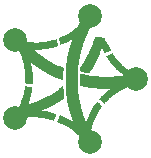
<source format=gbs>
G04 #@! TF.FileFunction,Soldermask,Bot*
%FSLAX46Y46*%
G04 Gerber Fmt 4.6, Leading zero omitted, Abs format (unit mm)*
G04 Created by KiCad (PCBNEW 4.0.5+dfsg1-4) date Tue Feb 14 02:46:29 2017*
%MOMM*%
%LPD*%
G01*
G04 APERTURE LIST*
%ADD10C,0.100000*%
%ADD11C,0.002540*%
%ADD12C,2.000000*%
G04 APERTURE END LIST*
D10*
D11*
G36*
X7802880Y-2994660D02*
X7858760Y-3058160D01*
X7912100Y-3124200D01*
X7965440Y-3197860D01*
X8013700Y-3271520D01*
X8061960Y-3350260D01*
X8110220Y-3431540D01*
X8155940Y-3515360D01*
X8204200Y-3601720D01*
X8249920Y-3688080D01*
X8298180Y-3776980D01*
X8346440Y-3865880D01*
X8397240Y-3954780D01*
X8448040Y-4043680D01*
X8503920Y-4132580D01*
X8577580Y-4091940D01*
X8679180Y-4043680D01*
X8788400Y-3992880D01*
X8884920Y-3939540D01*
X8948420Y-3886200D01*
X8961120Y-3840480D01*
X8920480Y-3761740D01*
X8872220Y-3677920D01*
X8821420Y-3591560D01*
X8768080Y-3505200D01*
X8712200Y-3418840D01*
X8658860Y-3332480D01*
X8605520Y-3246120D01*
X8554720Y-3164840D01*
X8511540Y-3086100D01*
X8473440Y-3012440D01*
X8442960Y-2943860D01*
X7802880Y-2994660D01*
X7802880Y-2994660D01*
G37*
X7802880Y-2994660D02*
X7858760Y-3058160D01*
X7912100Y-3124200D01*
X7965440Y-3197860D01*
X8013700Y-3271520D01*
X8061960Y-3350260D01*
X8110220Y-3431540D01*
X8155940Y-3515360D01*
X8204200Y-3601720D01*
X8249920Y-3688080D01*
X8298180Y-3776980D01*
X8346440Y-3865880D01*
X8397240Y-3954780D01*
X8448040Y-4043680D01*
X8503920Y-4132580D01*
X8577580Y-4091940D01*
X8679180Y-4043680D01*
X8788400Y-3992880D01*
X8884920Y-3939540D01*
X8948420Y-3886200D01*
X8961120Y-3840480D01*
X8920480Y-3761740D01*
X8872220Y-3677920D01*
X8821420Y-3591560D01*
X8768080Y-3505200D01*
X8712200Y-3418840D01*
X8658860Y-3332480D01*
X8605520Y-3246120D01*
X8554720Y-3164840D01*
X8511540Y-3086100D01*
X8473440Y-3012440D01*
X8442960Y-2943860D01*
X7802880Y-2994660D01*
G36*
X1767840Y-6990080D02*
X1757680Y-7094220D01*
X1744980Y-7195820D01*
X1732280Y-7289800D01*
X1714500Y-7378700D01*
X1696720Y-7467600D01*
X1678940Y-7556500D01*
X1656080Y-7645400D01*
X1630680Y-7734300D01*
X1602740Y-7830820D01*
X1574800Y-7932420D01*
X1544320Y-8023860D01*
X1513840Y-8115300D01*
X1483360Y-8206740D01*
X1450340Y-8295640D01*
X1414780Y-8384540D01*
X1379220Y-8473440D01*
X1341120Y-8562340D01*
X1300480Y-8648700D01*
X1259840Y-8735060D01*
X1219200Y-8821420D01*
X1173480Y-8907780D01*
X1130300Y-8991600D01*
X1082040Y-9075420D01*
X1033780Y-9159240D01*
X985520Y-9243060D01*
X947420Y-9334500D01*
X952500Y-9403080D01*
X985520Y-9458960D01*
X1031240Y-9499600D01*
X1305560Y-9679940D01*
X1348740Y-9611360D01*
X1399540Y-9621520D01*
X1465580Y-9616440D01*
X1567180Y-9601200D01*
X1666240Y-9588500D01*
X1767840Y-9575800D01*
X1869440Y-9565640D01*
X1971040Y-9558020D01*
X2072640Y-9550400D01*
X2174240Y-9545320D01*
X2275840Y-9542780D01*
X2377440Y-9540240D01*
X2479040Y-9540240D01*
X2580640Y-9542780D01*
X2682240Y-9547860D01*
X2783840Y-9552940D01*
X2885440Y-9560560D01*
X2984500Y-9568180D01*
X3083560Y-9580880D01*
X3182620Y-9593580D01*
X3279140Y-9608820D01*
X3378200Y-9624060D01*
X3474720Y-9641840D01*
X3573780Y-9662160D01*
X3670300Y-9685020D01*
X3766820Y-9707880D01*
X3863340Y-9733280D01*
X3959860Y-9758680D01*
X4056380Y-9789160D01*
X4152900Y-9819640D01*
X4191000Y-9738360D01*
X4226560Y-9659620D01*
X4259580Y-9578340D01*
X4292600Y-9497060D01*
X4323080Y-9415780D01*
X4351020Y-9331960D01*
X4257040Y-9301480D01*
X4163060Y-9273540D01*
X4066540Y-9243060D01*
X3972560Y-9217660D01*
X3876040Y-9192260D01*
X3782060Y-9169400D01*
X3688080Y-9146540D01*
X3589020Y-9126220D01*
X3489960Y-9108440D01*
X3390900Y-9093200D01*
X3291840Y-9080500D01*
X3192780Y-9067800D01*
X3091180Y-9055100D01*
X2992120Y-9044940D01*
X3081020Y-9014460D01*
X3167380Y-8981440D01*
X3253740Y-8945880D01*
X3342640Y-8912860D01*
X3426460Y-8877300D01*
X3512820Y-8841740D01*
X3596640Y-8803640D01*
X3680460Y-8765540D01*
X3764280Y-8727440D01*
X3845560Y-8689340D01*
X3926840Y-8648700D01*
X4018280Y-8600440D01*
X4104640Y-8554720D01*
X4191000Y-8506460D01*
X4274820Y-8460740D01*
X4358640Y-8412480D01*
X4439920Y-8364220D01*
X4523740Y-8313420D01*
X4605020Y-8262620D01*
X4686300Y-8211820D01*
X4765040Y-8158480D01*
X4848860Y-8102600D01*
X4930140Y-8044180D01*
X4983480Y-8003540D01*
X5034280Y-7962900D01*
X5024120Y-7904480D01*
X5016500Y-7846060D01*
X5016500Y-7846060D01*
X5013960Y-7843520D01*
X5003800Y-7749540D01*
X4993640Y-7655560D01*
X4983480Y-7561580D01*
X4975860Y-7467600D01*
X4968240Y-7371080D01*
X4960620Y-7277100D01*
X4955540Y-7180580D01*
X4950460Y-7084060D01*
X4945380Y-6990080D01*
X4864100Y-7056120D01*
X4782820Y-7119620D01*
X4701540Y-7183120D01*
X4620260Y-7246620D01*
X4538980Y-7305040D01*
X4457700Y-7363460D01*
X4373880Y-7421880D01*
X4292600Y-7477760D01*
X4208780Y-7533640D01*
X4124960Y-7586980D01*
X4038600Y-7640320D01*
X3952240Y-7693660D01*
X3865880Y-7744460D01*
X3776980Y-7795260D01*
X3688080Y-7843520D01*
X3596640Y-7894320D01*
X3507740Y-7940040D01*
X3418840Y-7985760D01*
X3327400Y-8028940D01*
X3235960Y-8072120D01*
X3147060Y-8115300D01*
X3055620Y-8155940D01*
X2961640Y-8194040D01*
X2870200Y-8234680D01*
X2778760Y-8270240D01*
X2684780Y-8308340D01*
X2590800Y-8343900D01*
X2496820Y-8376920D01*
X2402840Y-8409940D01*
X2308860Y-8442960D01*
X2212340Y-8473440D01*
X2118360Y-8503920D01*
X2021840Y-8531860D01*
X1925320Y-8559800D01*
X1960880Y-8473440D01*
X1993900Y-8387080D01*
X2026920Y-8300720D01*
X2059940Y-8214360D01*
X2087880Y-8128000D01*
X2118360Y-8031480D01*
X2146300Y-7940040D01*
X2171700Y-7851140D01*
X2197100Y-7762240D01*
X2219960Y-7673340D01*
X2240280Y-7584440D01*
X2260600Y-7490460D01*
X2275840Y-7393940D01*
X2291080Y-7292340D01*
X2301240Y-7205980D01*
X2308860Y-7117080D01*
X2316480Y-7015480D01*
X2255520Y-7023100D01*
X2194560Y-7025640D01*
X2103120Y-7025640D01*
X2009140Y-7023100D01*
X1917700Y-7015480D01*
X1841500Y-7002780D01*
X1767840Y-6990080D01*
X1767840Y-6990080D01*
X1767840Y-6990080D01*
G37*
X1767840Y-6990080D02*
X1757680Y-7094220D01*
X1744980Y-7195820D01*
X1732280Y-7289800D01*
X1714500Y-7378700D01*
X1696720Y-7467600D01*
X1678940Y-7556500D01*
X1656080Y-7645400D01*
X1630680Y-7734300D01*
X1602740Y-7830820D01*
X1574800Y-7932420D01*
X1544320Y-8023860D01*
X1513840Y-8115300D01*
X1483360Y-8206740D01*
X1450340Y-8295640D01*
X1414780Y-8384540D01*
X1379220Y-8473440D01*
X1341120Y-8562340D01*
X1300480Y-8648700D01*
X1259840Y-8735060D01*
X1219200Y-8821420D01*
X1173480Y-8907780D01*
X1130300Y-8991600D01*
X1082040Y-9075420D01*
X1033780Y-9159240D01*
X985520Y-9243060D01*
X947420Y-9334500D01*
X952500Y-9403080D01*
X985520Y-9458960D01*
X1031240Y-9499600D01*
X1305560Y-9679940D01*
X1348740Y-9611360D01*
X1399540Y-9621520D01*
X1465580Y-9616440D01*
X1567180Y-9601200D01*
X1666240Y-9588500D01*
X1767840Y-9575800D01*
X1869440Y-9565640D01*
X1971040Y-9558020D01*
X2072640Y-9550400D01*
X2174240Y-9545320D01*
X2275840Y-9542780D01*
X2377440Y-9540240D01*
X2479040Y-9540240D01*
X2580640Y-9542780D01*
X2682240Y-9547860D01*
X2783840Y-9552940D01*
X2885440Y-9560560D01*
X2984500Y-9568180D01*
X3083560Y-9580880D01*
X3182620Y-9593580D01*
X3279140Y-9608820D01*
X3378200Y-9624060D01*
X3474720Y-9641840D01*
X3573780Y-9662160D01*
X3670300Y-9685020D01*
X3766820Y-9707880D01*
X3863340Y-9733280D01*
X3959860Y-9758680D01*
X4056380Y-9789160D01*
X4152900Y-9819640D01*
X4191000Y-9738360D01*
X4226560Y-9659620D01*
X4259580Y-9578340D01*
X4292600Y-9497060D01*
X4323080Y-9415780D01*
X4351020Y-9331960D01*
X4257040Y-9301480D01*
X4163060Y-9273540D01*
X4066540Y-9243060D01*
X3972560Y-9217660D01*
X3876040Y-9192260D01*
X3782060Y-9169400D01*
X3688080Y-9146540D01*
X3589020Y-9126220D01*
X3489960Y-9108440D01*
X3390900Y-9093200D01*
X3291840Y-9080500D01*
X3192780Y-9067800D01*
X3091180Y-9055100D01*
X2992120Y-9044940D01*
X3081020Y-9014460D01*
X3167380Y-8981440D01*
X3253740Y-8945880D01*
X3342640Y-8912860D01*
X3426460Y-8877300D01*
X3512820Y-8841740D01*
X3596640Y-8803640D01*
X3680460Y-8765540D01*
X3764280Y-8727440D01*
X3845560Y-8689340D01*
X3926840Y-8648700D01*
X4018280Y-8600440D01*
X4104640Y-8554720D01*
X4191000Y-8506460D01*
X4274820Y-8460740D01*
X4358640Y-8412480D01*
X4439920Y-8364220D01*
X4523740Y-8313420D01*
X4605020Y-8262620D01*
X4686300Y-8211820D01*
X4765040Y-8158480D01*
X4848860Y-8102600D01*
X4930140Y-8044180D01*
X4983480Y-8003540D01*
X5034280Y-7962900D01*
X5024120Y-7904480D01*
X5016500Y-7846060D01*
X5016500Y-7846060D01*
X5013960Y-7843520D01*
X5003800Y-7749540D01*
X4993640Y-7655560D01*
X4983480Y-7561580D01*
X4975860Y-7467600D01*
X4968240Y-7371080D01*
X4960620Y-7277100D01*
X4955540Y-7180580D01*
X4950460Y-7084060D01*
X4945380Y-6990080D01*
X4864100Y-7056120D01*
X4782820Y-7119620D01*
X4701540Y-7183120D01*
X4620260Y-7246620D01*
X4538980Y-7305040D01*
X4457700Y-7363460D01*
X4373880Y-7421880D01*
X4292600Y-7477760D01*
X4208780Y-7533640D01*
X4124960Y-7586980D01*
X4038600Y-7640320D01*
X3952240Y-7693660D01*
X3865880Y-7744460D01*
X3776980Y-7795260D01*
X3688080Y-7843520D01*
X3596640Y-7894320D01*
X3507740Y-7940040D01*
X3418840Y-7985760D01*
X3327400Y-8028940D01*
X3235960Y-8072120D01*
X3147060Y-8115300D01*
X3055620Y-8155940D01*
X2961640Y-8194040D01*
X2870200Y-8234680D01*
X2778760Y-8270240D01*
X2684780Y-8308340D01*
X2590800Y-8343900D01*
X2496820Y-8376920D01*
X2402840Y-8409940D01*
X2308860Y-8442960D01*
X2212340Y-8473440D01*
X2118360Y-8503920D01*
X2021840Y-8531860D01*
X1925320Y-8559800D01*
X1960880Y-8473440D01*
X1993900Y-8387080D01*
X2026920Y-8300720D01*
X2059940Y-8214360D01*
X2087880Y-8128000D01*
X2118360Y-8031480D01*
X2146300Y-7940040D01*
X2171700Y-7851140D01*
X2197100Y-7762240D01*
X2219960Y-7673340D01*
X2240280Y-7584440D01*
X2260600Y-7490460D01*
X2275840Y-7393940D01*
X2291080Y-7292340D01*
X2301240Y-7205980D01*
X2308860Y-7117080D01*
X2316480Y-7015480D01*
X2255520Y-7023100D01*
X2194560Y-7025640D01*
X2103120Y-7025640D01*
X2009140Y-7023100D01*
X1917700Y-7015480D01*
X1841500Y-7002780D01*
X1767840Y-6990080D01*
X1767840Y-6990080D01*
G36*
X9126220Y-4175760D02*
X9116060Y-4183380D01*
X9039860Y-4234180D01*
X8961120Y-4282440D01*
X8879840Y-4325620D01*
X8808720Y-4361180D01*
X8737600Y-4391660D01*
X8666480Y-4422140D01*
X8722360Y-4516120D01*
X8775700Y-4597400D01*
X8829040Y-4673600D01*
X8884920Y-4752340D01*
X8948420Y-4838700D01*
X9006840Y-4917440D01*
X9065260Y-4993640D01*
X9126220Y-5067300D01*
X9187180Y-5143500D01*
X9250680Y-5214620D01*
X9316720Y-5288280D01*
X9382760Y-5359400D01*
X9448800Y-5427980D01*
X9519920Y-5496560D01*
X9591040Y-5565140D01*
X9662160Y-5631180D01*
X9738360Y-5697220D01*
X9814560Y-5763260D01*
X9890760Y-5826760D01*
X9972040Y-5890260D01*
X10050780Y-5951220D01*
X10129520Y-6004560D01*
X10210800Y-6057900D01*
X10109200Y-6075680D01*
X10010140Y-6088380D01*
X9908540Y-6103620D01*
X9809480Y-6116320D01*
X9707880Y-6129020D01*
X9606280Y-6139180D01*
X9507220Y-6149340D01*
X9405620Y-6156960D01*
X9304020Y-6164580D01*
X9204960Y-6172200D01*
X9103360Y-6177280D01*
X9001760Y-6182360D01*
X8900160Y-6184900D01*
X8798560Y-6187440D01*
X8696960Y-6189980D01*
X8595360Y-6189980D01*
X8493760Y-6187440D01*
X8392160Y-6187440D01*
X8290560Y-6182360D01*
X8188960Y-6179820D01*
X8084820Y-6174740D01*
X7983220Y-6167120D01*
X7881620Y-6159500D01*
X7782560Y-6151880D01*
X7686040Y-6144260D01*
X7589520Y-6134100D01*
X7493000Y-6123940D01*
X7396480Y-6113780D01*
X7302500Y-6101080D01*
X7208520Y-6085840D01*
X7112000Y-6070600D01*
X7018020Y-6055360D01*
X6921500Y-6037580D01*
X6824980Y-6017260D01*
X6725920Y-5996940D01*
X6626860Y-5974080D01*
X6527800Y-5951220D01*
X6423660Y-5923280D01*
X6418580Y-6022340D01*
X6413500Y-6121400D01*
X6410960Y-6217920D01*
X6408420Y-6316980D01*
X6408420Y-6416040D01*
X6408420Y-6512560D01*
X6410960Y-6606540D01*
X6413500Y-6700520D01*
X6418580Y-6797040D01*
X6423660Y-6891020D01*
X6517640Y-6911340D01*
X6593840Y-6926580D01*
X6662420Y-6941820D01*
X6741160Y-6954520D01*
X6832600Y-6972300D01*
X6929120Y-6990080D01*
X7028180Y-7005320D01*
X7124700Y-7020560D01*
X7223760Y-7033260D01*
X7322820Y-7045960D01*
X7419340Y-7058660D01*
X7518400Y-7071360D01*
X7617460Y-7081520D01*
X7716520Y-7089140D01*
X7815580Y-7096760D01*
X7914640Y-7104380D01*
X8013700Y-7112000D01*
X8115300Y-7117080D01*
X8214360Y-7119620D01*
X8305800Y-7122160D01*
X8397240Y-7122160D01*
X8488680Y-7122160D01*
X8582660Y-7122160D01*
X8674100Y-7119620D01*
X8768080Y-7117080D01*
X8862060Y-7112000D01*
X8953500Y-7106920D01*
X9047480Y-7101840D01*
X9141460Y-7096760D01*
X9060180Y-7152640D01*
X8978900Y-7211060D01*
X8900160Y-7269480D01*
X8821420Y-7330440D01*
X8745220Y-7391400D01*
X8669020Y-7454900D01*
X8597900Y-7518400D01*
X8524240Y-7584440D01*
X8453120Y-7653020D01*
X8384540Y-7721600D01*
X8315960Y-7790180D01*
X8247380Y-7861300D01*
X8178800Y-7934960D01*
X8112760Y-8008620D01*
X8082280Y-8044180D01*
X8138160Y-8084820D01*
X8188960Y-8128000D01*
X8242300Y-8171180D01*
X8298180Y-8224520D01*
X8348980Y-8280400D01*
X8399780Y-8336280D01*
X8453120Y-8412480D01*
X8501380Y-8354060D01*
X8569960Y-8280400D01*
X8638540Y-8206740D01*
X8707120Y-8135620D01*
X8778240Y-8067040D01*
X8849360Y-7998460D01*
X8923020Y-7929880D01*
X8996680Y-7866380D01*
X9072880Y-7800340D01*
X9149080Y-7739380D01*
X9225280Y-7678420D01*
X9304020Y-7620000D01*
X9382760Y-7561580D01*
X9464040Y-7505700D01*
X9545320Y-7449820D01*
X9629140Y-7396480D01*
X9710420Y-7345680D01*
X9794240Y-7297420D01*
X9880600Y-7249160D01*
X9966960Y-7200900D01*
X10053320Y-7157720D01*
X10139680Y-7114540D01*
X10228580Y-7071360D01*
X10317480Y-7030720D01*
X10406380Y-6992620D01*
X10497820Y-6957060D01*
X10589260Y-6921500D01*
X10680700Y-6885940D01*
X10774680Y-6855460D01*
X10822940Y-6830060D01*
X10906760Y-6809740D01*
X10990580Y-6791960D01*
X11074400Y-6771640D01*
X11160760Y-6748780D01*
X11033760Y-6205220D01*
X11003280Y-6134100D01*
X10957560Y-6068060D01*
X10960100Y-6022340D01*
X10934700Y-5961380D01*
X10863580Y-5900420D01*
X10779760Y-5849620D01*
X10698480Y-5793740D01*
X10617200Y-5740400D01*
X10535920Y-5681980D01*
X10457180Y-5623560D01*
X10380980Y-5565140D01*
X10304780Y-5504180D01*
X10228580Y-5443220D01*
X10154920Y-5379720D01*
X10081260Y-5313680D01*
X10010140Y-5247640D01*
X9939020Y-5179060D01*
X9867900Y-5110480D01*
X9799320Y-5039360D01*
X9728200Y-4963160D01*
X9659620Y-4889500D01*
X9593580Y-4815840D01*
X9530080Y-4742180D01*
X9466580Y-4668520D01*
X9408160Y-4592320D01*
X9349740Y-4516120D01*
X9293860Y-4437380D01*
X9237980Y-4353560D01*
X9182100Y-4267200D01*
X9126220Y-4175760D01*
X9126220Y-4175760D01*
X9126220Y-4175760D01*
G37*
X9126220Y-4175760D02*
X9116060Y-4183380D01*
X9039860Y-4234180D01*
X8961120Y-4282440D01*
X8879840Y-4325620D01*
X8808720Y-4361180D01*
X8737600Y-4391660D01*
X8666480Y-4422140D01*
X8722360Y-4516120D01*
X8775700Y-4597400D01*
X8829040Y-4673600D01*
X8884920Y-4752340D01*
X8948420Y-4838700D01*
X9006840Y-4917440D01*
X9065260Y-4993640D01*
X9126220Y-5067300D01*
X9187180Y-5143500D01*
X9250680Y-5214620D01*
X9316720Y-5288280D01*
X9382760Y-5359400D01*
X9448800Y-5427980D01*
X9519920Y-5496560D01*
X9591040Y-5565140D01*
X9662160Y-5631180D01*
X9738360Y-5697220D01*
X9814560Y-5763260D01*
X9890760Y-5826760D01*
X9972040Y-5890260D01*
X10050780Y-5951220D01*
X10129520Y-6004560D01*
X10210800Y-6057900D01*
X10109200Y-6075680D01*
X10010140Y-6088380D01*
X9908540Y-6103620D01*
X9809480Y-6116320D01*
X9707880Y-6129020D01*
X9606280Y-6139180D01*
X9507220Y-6149340D01*
X9405620Y-6156960D01*
X9304020Y-6164580D01*
X9204960Y-6172200D01*
X9103360Y-6177280D01*
X9001760Y-6182360D01*
X8900160Y-6184900D01*
X8798560Y-6187440D01*
X8696960Y-6189980D01*
X8595360Y-6189980D01*
X8493760Y-6187440D01*
X8392160Y-6187440D01*
X8290560Y-6182360D01*
X8188960Y-6179820D01*
X8084820Y-6174740D01*
X7983220Y-6167120D01*
X7881620Y-6159500D01*
X7782560Y-6151880D01*
X7686040Y-6144260D01*
X7589520Y-6134100D01*
X7493000Y-6123940D01*
X7396480Y-6113780D01*
X7302500Y-6101080D01*
X7208520Y-6085840D01*
X7112000Y-6070600D01*
X7018020Y-6055360D01*
X6921500Y-6037580D01*
X6824980Y-6017260D01*
X6725920Y-5996940D01*
X6626860Y-5974080D01*
X6527800Y-5951220D01*
X6423660Y-5923280D01*
X6418580Y-6022340D01*
X6413500Y-6121400D01*
X6410960Y-6217920D01*
X6408420Y-6316980D01*
X6408420Y-6416040D01*
X6408420Y-6512560D01*
X6410960Y-6606540D01*
X6413500Y-6700520D01*
X6418580Y-6797040D01*
X6423660Y-6891020D01*
X6517640Y-6911340D01*
X6593840Y-6926580D01*
X6662420Y-6941820D01*
X6741160Y-6954520D01*
X6832600Y-6972300D01*
X6929120Y-6990080D01*
X7028180Y-7005320D01*
X7124700Y-7020560D01*
X7223760Y-7033260D01*
X7322820Y-7045960D01*
X7419340Y-7058660D01*
X7518400Y-7071360D01*
X7617460Y-7081520D01*
X7716520Y-7089140D01*
X7815580Y-7096760D01*
X7914640Y-7104380D01*
X8013700Y-7112000D01*
X8115300Y-7117080D01*
X8214360Y-7119620D01*
X8305800Y-7122160D01*
X8397240Y-7122160D01*
X8488680Y-7122160D01*
X8582660Y-7122160D01*
X8674100Y-7119620D01*
X8768080Y-7117080D01*
X8862060Y-7112000D01*
X8953500Y-7106920D01*
X9047480Y-7101840D01*
X9141460Y-7096760D01*
X9060180Y-7152640D01*
X8978900Y-7211060D01*
X8900160Y-7269480D01*
X8821420Y-7330440D01*
X8745220Y-7391400D01*
X8669020Y-7454900D01*
X8597900Y-7518400D01*
X8524240Y-7584440D01*
X8453120Y-7653020D01*
X8384540Y-7721600D01*
X8315960Y-7790180D01*
X8247380Y-7861300D01*
X8178800Y-7934960D01*
X8112760Y-8008620D01*
X8082280Y-8044180D01*
X8138160Y-8084820D01*
X8188960Y-8128000D01*
X8242300Y-8171180D01*
X8298180Y-8224520D01*
X8348980Y-8280400D01*
X8399780Y-8336280D01*
X8453120Y-8412480D01*
X8501380Y-8354060D01*
X8569960Y-8280400D01*
X8638540Y-8206740D01*
X8707120Y-8135620D01*
X8778240Y-8067040D01*
X8849360Y-7998460D01*
X8923020Y-7929880D01*
X8996680Y-7866380D01*
X9072880Y-7800340D01*
X9149080Y-7739380D01*
X9225280Y-7678420D01*
X9304020Y-7620000D01*
X9382760Y-7561580D01*
X9464040Y-7505700D01*
X9545320Y-7449820D01*
X9629140Y-7396480D01*
X9710420Y-7345680D01*
X9794240Y-7297420D01*
X9880600Y-7249160D01*
X9966960Y-7200900D01*
X10053320Y-7157720D01*
X10139680Y-7114540D01*
X10228580Y-7071360D01*
X10317480Y-7030720D01*
X10406380Y-6992620D01*
X10497820Y-6957060D01*
X10589260Y-6921500D01*
X10680700Y-6885940D01*
X10774680Y-6855460D01*
X10822940Y-6830060D01*
X10906760Y-6809740D01*
X10990580Y-6791960D01*
X11074400Y-6771640D01*
X11160760Y-6748780D01*
X11033760Y-6205220D01*
X11003280Y-6134100D01*
X10957560Y-6068060D01*
X10960100Y-6022340D01*
X10934700Y-5961380D01*
X10863580Y-5900420D01*
X10779760Y-5849620D01*
X10698480Y-5793740D01*
X10617200Y-5740400D01*
X10535920Y-5681980D01*
X10457180Y-5623560D01*
X10380980Y-5565140D01*
X10304780Y-5504180D01*
X10228580Y-5443220D01*
X10154920Y-5379720D01*
X10081260Y-5313680D01*
X10010140Y-5247640D01*
X9939020Y-5179060D01*
X9867900Y-5110480D01*
X9799320Y-5039360D01*
X9728200Y-4963160D01*
X9659620Y-4889500D01*
X9593580Y-4815840D01*
X9530080Y-4742180D01*
X9466580Y-4668520D01*
X9408160Y-4592320D01*
X9349740Y-4516120D01*
X9293860Y-4437380D01*
X9237980Y-4353560D01*
X9182100Y-4267200D01*
X9126220Y-4175760D01*
X9126220Y-4175760D01*
G36*
X1391920Y-2951480D02*
X1318260Y-2969260D01*
X1254760Y-2997200D01*
X1196340Y-3037840D01*
X769620Y-3401060D01*
X835660Y-3479800D01*
X899160Y-3558540D01*
X965200Y-3634740D01*
X1031240Y-3710940D01*
X1097280Y-3787140D01*
X1163320Y-3860800D01*
X1229360Y-3934460D01*
X1297940Y-4005580D01*
X1338580Y-4097020D01*
X1379220Y-4191000D01*
X1417320Y-4284980D01*
X1452880Y-4378960D01*
X1488440Y-4472940D01*
X1521460Y-4569460D01*
X1551940Y-4665980D01*
X1582420Y-4762500D01*
X1610360Y-4859020D01*
X1635760Y-4958080D01*
X1661160Y-5057140D01*
X1681480Y-5151120D01*
X1701800Y-5245100D01*
X1719580Y-5339080D01*
X1734820Y-5433060D01*
X1750060Y-5529580D01*
X1762760Y-5623560D01*
X1772920Y-5720080D01*
X1783080Y-5816600D01*
X1790700Y-5910580D01*
X1798320Y-6007100D01*
X1803400Y-6106160D01*
X1805940Y-6202680D01*
X1805940Y-6299200D01*
X1805940Y-6398260D01*
X1803400Y-6497320D01*
X1798320Y-6583680D01*
X1793240Y-6672580D01*
X1869440Y-6685280D01*
X1948180Y-6697980D01*
X2047240Y-6705600D01*
X2146300Y-6708140D01*
X2245360Y-6703060D01*
X2341880Y-6695440D01*
X2346960Y-6604000D01*
X2352040Y-6512560D01*
X2354580Y-6421120D01*
X2354580Y-6327140D01*
X2354580Y-6235700D01*
X2354580Y-6144260D01*
X2352040Y-6052820D01*
X2346960Y-5961380D01*
X2341880Y-5869940D01*
X2334260Y-5781040D01*
X2326640Y-5689600D01*
X2316480Y-5600700D01*
X2306320Y-5511800D01*
X2293620Y-5422900D01*
X2278380Y-5334000D01*
X2263140Y-5245100D01*
X2245360Y-5156200D01*
X2227580Y-5067300D01*
X2207260Y-4978400D01*
X2186940Y-4889500D01*
X2166620Y-4823460D01*
X2242820Y-4886960D01*
X2321560Y-4950460D01*
X2397760Y-5013960D01*
X2473960Y-5074920D01*
X2552700Y-5135880D01*
X2631440Y-5196840D01*
X2707640Y-5255260D01*
X2786380Y-5311140D01*
X2867660Y-5369560D01*
X2946400Y-5422900D01*
X3030220Y-5478780D01*
X3114040Y-5532120D01*
X3197860Y-5585460D01*
X3284220Y-5638800D01*
X3368040Y-5689600D01*
X3454400Y-5740400D01*
X3540760Y-5788660D01*
X3627120Y-5836920D01*
X3713480Y-5885180D01*
X3802380Y-5930900D01*
X3888740Y-5976620D01*
X3977640Y-6022340D01*
X4066540Y-6065520D01*
X4155440Y-6108700D01*
X4249420Y-6151880D01*
X4335780Y-6189980D01*
X4417060Y-6220460D01*
X4495800Y-6250940D01*
X4574540Y-6278880D01*
X4653280Y-6306820D01*
X4737100Y-6337300D01*
X4828540Y-6367780D01*
X4927600Y-6403340D01*
X4927600Y-6304280D01*
X4927600Y-6202680D01*
X4930140Y-6103620D01*
X4932680Y-6004560D01*
X4937760Y-5908040D01*
X4945380Y-5808980D01*
X4955540Y-5715000D01*
X4965700Y-5621020D01*
X4978400Y-5529580D01*
X4993640Y-5440680D01*
X4894580Y-5400040D01*
X4800600Y-5361940D01*
X4709160Y-5321300D01*
X4617720Y-5280660D01*
X4528820Y-5240020D01*
X4442460Y-5199380D01*
X4356100Y-5158740D01*
X4272280Y-5115560D01*
X4188460Y-5072380D01*
X4104640Y-5026660D01*
X4020820Y-4980940D01*
X3937000Y-4932680D01*
X3853180Y-4884420D01*
X3769360Y-4833620D01*
X3685540Y-4782820D01*
X3599180Y-4726940D01*
X3510280Y-4671060D01*
X3429000Y-4617720D01*
X3350260Y-4564380D01*
X3268980Y-4508500D01*
X3190240Y-4452620D01*
X3114040Y-4396740D01*
X3035300Y-4338320D01*
X2959100Y-4279900D01*
X2882900Y-4221480D01*
X2806700Y-4163060D01*
X2730500Y-4102100D01*
X2656840Y-4041140D01*
X2583180Y-3980180D01*
X2509520Y-3916680D01*
X2435860Y-3853180D01*
X2364740Y-3789680D01*
X2456180Y-3797300D01*
X2547620Y-3802380D01*
X2636520Y-3804920D01*
X2727960Y-3807460D01*
X2816860Y-3810000D01*
X2908300Y-3807460D01*
X2994660Y-3804920D01*
X3083560Y-3802380D01*
X3180080Y-3794760D01*
X3276600Y-3787140D01*
X3373120Y-3776980D01*
X3469640Y-3764280D01*
X3566160Y-3749040D01*
X3660140Y-3733800D01*
X3754120Y-3716020D01*
X3850640Y-3698240D01*
X3939540Y-3677920D01*
X4028440Y-3655060D01*
X4119880Y-3632200D01*
X4208780Y-3606800D01*
X4297680Y-3578860D01*
X4389120Y-3550920D01*
X4478020Y-3522980D01*
X4478020Y-3515360D01*
X4472940Y-3416300D01*
X4460240Y-3317240D01*
X4442460Y-3218180D01*
X4414520Y-3119120D01*
X4396740Y-3063240D01*
X4373880Y-3007360D01*
X4284980Y-3037840D01*
X4193540Y-3065780D01*
X4099560Y-3093720D01*
X4008120Y-3119120D01*
X3916680Y-3141980D01*
X3825240Y-3164840D01*
X3731260Y-3185160D01*
X3639820Y-3202940D01*
X3545840Y-3220720D01*
X3454400Y-3235960D01*
X3360420Y-3248660D01*
X3266440Y-3261360D01*
X3175000Y-3271520D01*
X3081020Y-3279140D01*
X2979420Y-3286760D01*
X2877820Y-3291840D01*
X2776220Y-3294380D01*
X2674620Y-3294380D01*
X2575560Y-3291840D01*
X2473960Y-3289300D01*
X2372360Y-3284220D01*
X2270760Y-3279140D01*
X2171700Y-3268980D01*
X2070100Y-3258820D01*
X1968500Y-3246120D01*
X1869440Y-3230880D01*
X1767840Y-3215640D01*
X1704340Y-3149600D01*
X1638300Y-3083560D01*
X1549400Y-3002280D01*
X1468120Y-2959100D01*
X1391920Y-2951480D01*
X1391920Y-2951480D01*
X1391920Y-2951480D01*
G37*
X1391920Y-2951480D02*
X1318260Y-2969260D01*
X1254760Y-2997200D01*
X1196340Y-3037840D01*
X769620Y-3401060D01*
X835660Y-3479800D01*
X899160Y-3558540D01*
X965200Y-3634740D01*
X1031240Y-3710940D01*
X1097280Y-3787140D01*
X1163320Y-3860800D01*
X1229360Y-3934460D01*
X1297940Y-4005580D01*
X1338580Y-4097020D01*
X1379220Y-4191000D01*
X1417320Y-4284980D01*
X1452880Y-4378960D01*
X1488440Y-4472940D01*
X1521460Y-4569460D01*
X1551940Y-4665980D01*
X1582420Y-4762500D01*
X1610360Y-4859020D01*
X1635760Y-4958080D01*
X1661160Y-5057140D01*
X1681480Y-5151120D01*
X1701800Y-5245100D01*
X1719580Y-5339080D01*
X1734820Y-5433060D01*
X1750060Y-5529580D01*
X1762760Y-5623560D01*
X1772920Y-5720080D01*
X1783080Y-5816600D01*
X1790700Y-5910580D01*
X1798320Y-6007100D01*
X1803400Y-6106160D01*
X1805940Y-6202680D01*
X1805940Y-6299200D01*
X1805940Y-6398260D01*
X1803400Y-6497320D01*
X1798320Y-6583680D01*
X1793240Y-6672580D01*
X1869440Y-6685280D01*
X1948180Y-6697980D01*
X2047240Y-6705600D01*
X2146300Y-6708140D01*
X2245360Y-6703060D01*
X2341880Y-6695440D01*
X2346960Y-6604000D01*
X2352040Y-6512560D01*
X2354580Y-6421120D01*
X2354580Y-6327140D01*
X2354580Y-6235700D01*
X2354580Y-6144260D01*
X2352040Y-6052820D01*
X2346960Y-5961380D01*
X2341880Y-5869940D01*
X2334260Y-5781040D01*
X2326640Y-5689600D01*
X2316480Y-5600700D01*
X2306320Y-5511800D01*
X2293620Y-5422900D01*
X2278380Y-5334000D01*
X2263140Y-5245100D01*
X2245360Y-5156200D01*
X2227580Y-5067300D01*
X2207260Y-4978400D01*
X2186940Y-4889500D01*
X2166620Y-4823460D01*
X2242820Y-4886960D01*
X2321560Y-4950460D01*
X2397760Y-5013960D01*
X2473960Y-5074920D01*
X2552700Y-5135880D01*
X2631440Y-5196840D01*
X2707640Y-5255260D01*
X2786380Y-5311140D01*
X2867660Y-5369560D01*
X2946400Y-5422900D01*
X3030220Y-5478780D01*
X3114040Y-5532120D01*
X3197860Y-5585460D01*
X3284220Y-5638800D01*
X3368040Y-5689600D01*
X3454400Y-5740400D01*
X3540760Y-5788660D01*
X3627120Y-5836920D01*
X3713480Y-5885180D01*
X3802380Y-5930900D01*
X3888740Y-5976620D01*
X3977640Y-6022340D01*
X4066540Y-6065520D01*
X4155440Y-6108700D01*
X4249420Y-6151880D01*
X4335780Y-6189980D01*
X4417060Y-6220460D01*
X4495800Y-6250940D01*
X4574540Y-6278880D01*
X4653280Y-6306820D01*
X4737100Y-6337300D01*
X4828540Y-6367780D01*
X4927600Y-6403340D01*
X4927600Y-6304280D01*
X4927600Y-6202680D01*
X4930140Y-6103620D01*
X4932680Y-6004560D01*
X4937760Y-5908040D01*
X4945380Y-5808980D01*
X4955540Y-5715000D01*
X4965700Y-5621020D01*
X4978400Y-5529580D01*
X4993640Y-5440680D01*
X4894580Y-5400040D01*
X4800600Y-5361940D01*
X4709160Y-5321300D01*
X4617720Y-5280660D01*
X4528820Y-5240020D01*
X4442460Y-5199380D01*
X4356100Y-5158740D01*
X4272280Y-5115560D01*
X4188460Y-5072380D01*
X4104640Y-5026660D01*
X4020820Y-4980940D01*
X3937000Y-4932680D01*
X3853180Y-4884420D01*
X3769360Y-4833620D01*
X3685540Y-4782820D01*
X3599180Y-4726940D01*
X3510280Y-4671060D01*
X3429000Y-4617720D01*
X3350260Y-4564380D01*
X3268980Y-4508500D01*
X3190240Y-4452620D01*
X3114040Y-4396740D01*
X3035300Y-4338320D01*
X2959100Y-4279900D01*
X2882900Y-4221480D01*
X2806700Y-4163060D01*
X2730500Y-4102100D01*
X2656840Y-4041140D01*
X2583180Y-3980180D01*
X2509520Y-3916680D01*
X2435860Y-3853180D01*
X2364740Y-3789680D01*
X2456180Y-3797300D01*
X2547620Y-3802380D01*
X2636520Y-3804920D01*
X2727960Y-3807460D01*
X2816860Y-3810000D01*
X2908300Y-3807460D01*
X2994660Y-3804920D01*
X3083560Y-3802380D01*
X3180080Y-3794760D01*
X3276600Y-3787140D01*
X3373120Y-3776980D01*
X3469640Y-3764280D01*
X3566160Y-3749040D01*
X3660140Y-3733800D01*
X3754120Y-3716020D01*
X3850640Y-3698240D01*
X3939540Y-3677920D01*
X4028440Y-3655060D01*
X4119880Y-3632200D01*
X4208780Y-3606800D01*
X4297680Y-3578860D01*
X4389120Y-3550920D01*
X4478020Y-3522980D01*
X4478020Y-3515360D01*
X4472940Y-3416300D01*
X4460240Y-3317240D01*
X4442460Y-3218180D01*
X4414520Y-3119120D01*
X4396740Y-3063240D01*
X4373880Y-3007360D01*
X4284980Y-3037840D01*
X4193540Y-3065780D01*
X4099560Y-3093720D01*
X4008120Y-3119120D01*
X3916680Y-3141980D01*
X3825240Y-3164840D01*
X3731260Y-3185160D01*
X3639820Y-3202940D01*
X3545840Y-3220720D01*
X3454400Y-3235960D01*
X3360420Y-3248660D01*
X3266440Y-3261360D01*
X3175000Y-3271520D01*
X3081020Y-3279140D01*
X2979420Y-3286760D01*
X2877820Y-3291840D01*
X2776220Y-3294380D01*
X2674620Y-3294380D01*
X2575560Y-3291840D01*
X2473960Y-3289300D01*
X2372360Y-3284220D01*
X2270760Y-3279140D01*
X2171700Y-3268980D01*
X2070100Y-3258820D01*
X1968500Y-3246120D01*
X1869440Y-3230880D01*
X1767840Y-3215640D01*
X1704340Y-3149600D01*
X1638300Y-3083560D01*
X1549400Y-3002280D01*
X1468120Y-2959100D01*
X1391920Y-2951480D01*
X1391920Y-2951480D01*
G36*
X7866380Y-2794000D02*
X7772400Y-2811780D01*
X7716520Y-2844800D01*
X7665720Y-2910840D01*
X7625080Y-3007360D01*
X7597140Y-3101340D01*
X7564120Y-3195320D01*
X7533640Y-3286760D01*
X7500620Y-3380740D01*
X7467600Y-3472180D01*
X7432040Y-3563620D01*
X7396480Y-3655060D01*
X7358380Y-3743960D01*
X7320280Y-3835400D01*
X7282180Y-3924300D01*
X7241540Y-4013200D01*
X7200900Y-4102100D01*
X7160260Y-4188460D01*
X7117080Y-4277360D01*
X7071360Y-4363720D01*
X7028180Y-4450080D01*
X6982460Y-4536440D01*
X6934200Y-4622800D01*
X6885940Y-4706620D01*
X6837680Y-4792980D01*
X6786880Y-4876800D01*
X6736080Y-4960620D01*
X6682740Y-5044440D01*
X6629400Y-5128260D01*
X6573520Y-5209540D01*
X6515100Y-5293360D01*
X6459220Y-5374640D01*
X6449060Y-5468620D01*
X6441440Y-5562600D01*
X6433820Y-5659120D01*
X6525260Y-5684520D01*
X6619240Y-5709920D01*
X6710680Y-5730240D01*
X6802120Y-5745480D01*
X6896100Y-5760720D01*
X6987540Y-5770880D01*
X7078980Y-5781040D01*
X7172960Y-5788660D01*
X7223760Y-5717540D01*
X7272020Y-5643880D01*
X7320280Y-5570220D01*
X7368540Y-5496560D01*
X7416800Y-5420360D01*
X7462520Y-5344160D01*
X7510780Y-5262880D01*
X7556500Y-5181600D01*
X7602220Y-5097780D01*
X7647940Y-5016500D01*
X7691120Y-4930140D01*
X7734300Y-4846320D01*
X7777480Y-4759960D01*
X7820660Y-4673600D01*
X7861300Y-4584700D01*
X7901940Y-4495800D01*
X7940040Y-4406900D01*
X7978140Y-4318000D01*
X8016240Y-4226560D01*
X8051800Y-4140200D01*
X8084820Y-4051300D01*
X8117840Y-3964940D01*
X8150860Y-3876040D01*
X8181340Y-3784600D01*
X8211820Y-3693160D01*
X8242300Y-3601720D01*
X8272780Y-3510280D01*
X8300720Y-3416300D01*
X8328660Y-3322320D01*
X8354060Y-3225800D01*
X8382000Y-3131820D01*
X8407400Y-3032760D01*
X8432800Y-2936240D01*
X7957820Y-2806700D01*
X7866380Y-2794000D01*
X7866380Y-2794000D01*
X7866380Y-2794000D01*
G37*
X7866380Y-2794000D02*
X7772400Y-2811780D01*
X7716520Y-2844800D01*
X7665720Y-2910840D01*
X7625080Y-3007360D01*
X7597140Y-3101340D01*
X7564120Y-3195320D01*
X7533640Y-3286760D01*
X7500620Y-3380740D01*
X7467600Y-3472180D01*
X7432040Y-3563620D01*
X7396480Y-3655060D01*
X7358380Y-3743960D01*
X7320280Y-3835400D01*
X7282180Y-3924300D01*
X7241540Y-4013200D01*
X7200900Y-4102100D01*
X7160260Y-4188460D01*
X7117080Y-4277360D01*
X7071360Y-4363720D01*
X7028180Y-4450080D01*
X6982460Y-4536440D01*
X6934200Y-4622800D01*
X6885940Y-4706620D01*
X6837680Y-4792980D01*
X6786880Y-4876800D01*
X6736080Y-4960620D01*
X6682740Y-5044440D01*
X6629400Y-5128260D01*
X6573520Y-5209540D01*
X6515100Y-5293360D01*
X6459220Y-5374640D01*
X6449060Y-5468620D01*
X6441440Y-5562600D01*
X6433820Y-5659120D01*
X6525260Y-5684520D01*
X6619240Y-5709920D01*
X6710680Y-5730240D01*
X6802120Y-5745480D01*
X6896100Y-5760720D01*
X6987540Y-5770880D01*
X7078980Y-5781040D01*
X7172960Y-5788660D01*
X7223760Y-5717540D01*
X7272020Y-5643880D01*
X7320280Y-5570220D01*
X7368540Y-5496560D01*
X7416800Y-5420360D01*
X7462520Y-5344160D01*
X7510780Y-5262880D01*
X7556500Y-5181600D01*
X7602220Y-5097780D01*
X7647940Y-5016500D01*
X7691120Y-4930140D01*
X7734300Y-4846320D01*
X7777480Y-4759960D01*
X7820660Y-4673600D01*
X7861300Y-4584700D01*
X7901940Y-4495800D01*
X7940040Y-4406900D01*
X7978140Y-4318000D01*
X8016240Y-4226560D01*
X8051800Y-4140200D01*
X8084820Y-4051300D01*
X8117840Y-3964940D01*
X8150860Y-3876040D01*
X8181340Y-3784600D01*
X8211820Y-3693160D01*
X8242300Y-3601720D01*
X8272780Y-3510280D01*
X8300720Y-3416300D01*
X8328660Y-3322320D01*
X8354060Y-3225800D01*
X8382000Y-3131820D01*
X8407400Y-3032760D01*
X8432800Y-2936240D01*
X7957820Y-2806700D01*
X7866380Y-2794000D01*
X7866380Y-2794000D01*
G36*
X6837680Y-919480D02*
X6784340Y-1003300D01*
X6731000Y-1087120D01*
X6680200Y-1170940D01*
X6629400Y-1254760D01*
X6581140Y-1338580D01*
X6532880Y-1422400D01*
X6484620Y-1506220D01*
X6438900Y-1590040D01*
X6393180Y-1673860D01*
X6350000Y-1757680D01*
X6304280Y-1841500D01*
X6238240Y-1905000D01*
X6169660Y-1965960D01*
X6098540Y-2026920D01*
X6027420Y-2087880D01*
X5956300Y-2146300D01*
X5882640Y-2202180D01*
X5808980Y-2260600D01*
X5735320Y-2313940D01*
X5659120Y-2369820D01*
X5572760Y-2425700D01*
X5488940Y-2479040D01*
X5407660Y-2529840D01*
X5328920Y-2575560D01*
X5247640Y-2621280D01*
X5168900Y-2661920D01*
X5087620Y-2700020D01*
X5006340Y-2738120D01*
X4919980Y-2776220D01*
X4831080Y-2811780D01*
X4737100Y-2849880D01*
X4638040Y-2887980D01*
X4660900Y-2946400D01*
X4681220Y-3007360D01*
X4701540Y-3081020D01*
X4716780Y-3154680D01*
X4732020Y-3228340D01*
X4742180Y-3317240D01*
X4747260Y-3403600D01*
X4843780Y-3370580D01*
X4927600Y-3340100D01*
X5006340Y-3314700D01*
X5080000Y-3286760D01*
X5156200Y-3256280D01*
X5234940Y-3220720D01*
X5326380Y-3177540D01*
X5412740Y-3131820D01*
X5496560Y-3083560D01*
X5582920Y-3035300D01*
X5666740Y-2984500D01*
X5748020Y-2931160D01*
X5831840Y-2877820D01*
X5796280Y-2969260D01*
X5763260Y-3060700D01*
X5730240Y-3152140D01*
X5697220Y-3243580D01*
X5666740Y-3337560D01*
X5636260Y-3429000D01*
X5608320Y-3520440D01*
X5580380Y-3611880D01*
X5554980Y-3708400D01*
X5529580Y-3804920D01*
X5504180Y-3901440D01*
X5481320Y-3997960D01*
X5458460Y-4094480D01*
X5435600Y-4191000D01*
X5415280Y-4287520D01*
X5394960Y-4386580D01*
X5377180Y-4483100D01*
X5359400Y-4579620D01*
X5341620Y-4678680D01*
X5326380Y-4775200D01*
X5313680Y-4874260D01*
X5298440Y-4970780D01*
X5288280Y-5069840D01*
X5275580Y-5168900D01*
X5265420Y-5270500D01*
X5257800Y-5369560D01*
X5247640Y-5468620D01*
X5240020Y-5570220D01*
X5234940Y-5669280D01*
X5229860Y-5770880D01*
X5224780Y-5872480D01*
X5219700Y-5974080D01*
X5217160Y-6075680D01*
X5214620Y-6177280D01*
X5214620Y-6278880D01*
X5214620Y-6380480D01*
X5214620Y-6484620D01*
X5214620Y-6586220D01*
X5217160Y-6687820D01*
X5219700Y-6789420D01*
X5224780Y-6888480D01*
X5229860Y-6990080D01*
X5234940Y-7091680D01*
X5240020Y-7190740D01*
X5247640Y-7289800D01*
X5257800Y-7388860D01*
X5265420Y-7490460D01*
X5275580Y-7586980D01*
X5288280Y-7686040D01*
X5298440Y-7785100D01*
X5313680Y-7881620D01*
X5326380Y-7980680D01*
X5341620Y-8079740D01*
X5359400Y-8176260D01*
X5377180Y-8272780D01*
X5394960Y-8371840D01*
X5415280Y-8468360D01*
X5435600Y-8564880D01*
X5458460Y-8661400D01*
X5481320Y-8760460D01*
X5504180Y-8856980D01*
X5529580Y-8953500D01*
X5554980Y-9050020D01*
X5580380Y-9146540D01*
X5608320Y-9232900D01*
X5633720Y-9321800D01*
X5664200Y-9408160D01*
X5692140Y-9497060D01*
X5722620Y-9583420D01*
X5755640Y-9672320D01*
X5788660Y-9758680D01*
X5821680Y-9845040D01*
X5854700Y-9933940D01*
X5890260Y-10020300D01*
X5925820Y-10109200D01*
X5900420Y-10088880D01*
X5816600Y-10033000D01*
X5732780Y-9977120D01*
X5648960Y-9923780D01*
X5565140Y-9872980D01*
X5478780Y-9822180D01*
X5392420Y-9773920D01*
X5303520Y-9728200D01*
X5217160Y-9682480D01*
X5133340Y-9641840D01*
X5049520Y-9603740D01*
X4965700Y-9565640D01*
X4879340Y-9530080D01*
X4792980Y-9494520D01*
X4706620Y-9461500D01*
X4681220Y-9545320D01*
X4650740Y-9629140D01*
X4620260Y-9710420D01*
X4587240Y-9791700D01*
X4554220Y-9872980D01*
X4518660Y-9951720D01*
X4610100Y-9989820D01*
X4701540Y-10027920D01*
X4792980Y-10068560D01*
X4881880Y-10109200D01*
X4968240Y-10152380D01*
X5054600Y-10198100D01*
X5140960Y-10243820D01*
X5227320Y-10289540D01*
X5311140Y-10340340D01*
X5394960Y-10388600D01*
X5476240Y-10441940D01*
X5557520Y-10495280D01*
X5641340Y-10553700D01*
X5722620Y-10612120D01*
X5803900Y-10673080D01*
X5882640Y-10734040D01*
X5961380Y-10797540D01*
X6040120Y-10863580D01*
X6116320Y-10929620D01*
X6189980Y-10995660D01*
X6263640Y-11066780D01*
X6337300Y-11135360D01*
X6408420Y-11206480D01*
X6477000Y-11280140D01*
X6545580Y-11353800D01*
X6593840Y-11435080D01*
X6639560Y-11513820D01*
X6687820Y-11595100D01*
X6736080Y-11676380D01*
X6786880Y-11755120D01*
X6837680Y-11836400D01*
X7315200Y-11549380D01*
X7371080Y-11503660D01*
X7419340Y-11447780D01*
X7457440Y-11381740D01*
X7472680Y-11308080D01*
X7457440Y-11216640D01*
X7406640Y-11107420D01*
X7368540Y-11036300D01*
X7332980Y-10967720D01*
X7294880Y-10896600D01*
X7259320Y-10825480D01*
X7277100Y-10782300D01*
X7297420Y-10685780D01*
X7320280Y-10591800D01*
X7345680Y-10495280D01*
X7371080Y-10401300D01*
X7399020Y-10307320D01*
X7429500Y-10215880D01*
X7459980Y-10121900D01*
X7493000Y-10030460D01*
X7528560Y-9939020D01*
X7564120Y-9847580D01*
X7602220Y-9758680D01*
X7642860Y-9669780D01*
X7683500Y-9580880D01*
X7726680Y-9491980D01*
X7777480Y-9395460D01*
X7823200Y-9306560D01*
X7866380Y-9225280D01*
X7909560Y-9149080D01*
X7952740Y-9075420D01*
X7998460Y-9004300D01*
X8049260Y-8930640D01*
X8102600Y-8856980D01*
X8163560Y-8775700D01*
X8234680Y-8691880D01*
X8183880Y-8625840D01*
X8133080Y-8559800D01*
X8077200Y-8498840D01*
X8018780Y-8440420D01*
X7945120Y-8376920D01*
X7866380Y-8315960D01*
X7790180Y-8407400D01*
X7741920Y-8468360D01*
X7693660Y-8529320D01*
X7627620Y-8623300D01*
X7576820Y-8704580D01*
X7523480Y-8785860D01*
X7472680Y-8867140D01*
X7424420Y-8950960D01*
X7376160Y-9034780D01*
X7330440Y-9118600D01*
X7287260Y-9204960D01*
X7244080Y-9293860D01*
X7200900Y-9382760D01*
X7162800Y-9471660D01*
X7124700Y-9563100D01*
X7086600Y-9654540D01*
X7051040Y-9748520D01*
X7018020Y-9842500D01*
X6985000Y-9939020D01*
X6954520Y-10035540D01*
X6941820Y-10086340D01*
X6929120Y-10137140D01*
X6891020Y-10045700D01*
X6852920Y-9954260D01*
X6814820Y-9862820D01*
X6779260Y-9771380D01*
X6743700Y-9679940D01*
X6710680Y-9588500D01*
X6677660Y-9494520D01*
X6644640Y-9400540D01*
X6611620Y-9306560D01*
X6581140Y-9212580D01*
X6553200Y-9118600D01*
X6522720Y-9024620D01*
X6497320Y-8928100D01*
X6469380Y-8834120D01*
X6443980Y-8737600D01*
X6421120Y-8643620D01*
X6398260Y-8547100D01*
X6375400Y-8450580D01*
X6355080Y-8354060D01*
X6334760Y-8257540D01*
X6316980Y-8161020D01*
X6299200Y-8064500D01*
X6281420Y-7967980D01*
X6266180Y-7868920D01*
X6250940Y-7772400D01*
X6238240Y-7675880D01*
X6225540Y-7576820D01*
X6212840Y-7477760D01*
X6202680Y-7378700D01*
X6192520Y-7282180D01*
X6184900Y-7183120D01*
X6174740Y-7081520D01*
X6169660Y-6982460D01*
X6164580Y-6883400D01*
X6159500Y-6784340D01*
X6154420Y-6682740D01*
X6151880Y-6583680D01*
X6151880Y-6482080D01*
X6151880Y-6380480D01*
X6151880Y-6278880D01*
X6151880Y-6179820D01*
X6154420Y-6078220D01*
X6159500Y-5976620D01*
X6164580Y-5877560D01*
X6169660Y-5775960D01*
X6174740Y-5676900D01*
X6184900Y-5577840D01*
X6192520Y-5476240D01*
X6202680Y-5377180D01*
X6212840Y-5278120D01*
X6225540Y-5181600D01*
X6238240Y-5082540D01*
X6250940Y-4983480D01*
X6266180Y-4884420D01*
X6281420Y-4787900D01*
X6299200Y-4688840D01*
X6316980Y-4592320D01*
X6334760Y-4495800D01*
X6355080Y-4399280D01*
X6375400Y-4302760D01*
X6398260Y-4206240D01*
X6421120Y-4109720D01*
X6443980Y-4013200D01*
X6469380Y-3916680D01*
X6497320Y-3822700D01*
X6522720Y-3728720D01*
X6550660Y-3634740D01*
X6581140Y-3540760D01*
X6611620Y-3446780D01*
X6642100Y-3352800D01*
X6675120Y-3261360D01*
X6708140Y-3167380D01*
X6741160Y-3075940D01*
X6776720Y-2984500D01*
X6812280Y-2893060D01*
X6847840Y-2801620D01*
X6885940Y-2710180D01*
X6924040Y-2621280D01*
X6962140Y-2529840D01*
X7002780Y-2440940D01*
X7045960Y-2352040D01*
X7086600Y-2263140D01*
X7129780Y-2174240D01*
X7172960Y-2085340D01*
X7218680Y-1996440D01*
X7264400Y-1910080D01*
X7312660Y-1823720D01*
X7358380Y-1734820D01*
X7406640Y-1648460D01*
X7457440Y-1539240D01*
X7472680Y-1447800D01*
X7457440Y-1374140D01*
X7419340Y-1310640D01*
X7371080Y-1257300D01*
X7315200Y-1214120D01*
X6837680Y-919480D01*
X6837680Y-919480D01*
X6837680Y-919480D01*
G37*
X6837680Y-919480D02*
X6784340Y-1003300D01*
X6731000Y-1087120D01*
X6680200Y-1170940D01*
X6629400Y-1254760D01*
X6581140Y-1338580D01*
X6532880Y-1422400D01*
X6484620Y-1506220D01*
X6438900Y-1590040D01*
X6393180Y-1673860D01*
X6350000Y-1757680D01*
X6304280Y-1841500D01*
X6238240Y-1905000D01*
X6169660Y-1965960D01*
X6098540Y-2026920D01*
X6027420Y-2087880D01*
X5956300Y-2146300D01*
X5882640Y-2202180D01*
X5808980Y-2260600D01*
X5735320Y-2313940D01*
X5659120Y-2369820D01*
X5572760Y-2425700D01*
X5488940Y-2479040D01*
X5407660Y-2529840D01*
X5328920Y-2575560D01*
X5247640Y-2621280D01*
X5168900Y-2661920D01*
X5087620Y-2700020D01*
X5006340Y-2738120D01*
X4919980Y-2776220D01*
X4831080Y-2811780D01*
X4737100Y-2849880D01*
X4638040Y-2887980D01*
X4660900Y-2946400D01*
X4681220Y-3007360D01*
X4701540Y-3081020D01*
X4716780Y-3154680D01*
X4732020Y-3228340D01*
X4742180Y-3317240D01*
X4747260Y-3403600D01*
X4843780Y-3370580D01*
X4927600Y-3340100D01*
X5006340Y-3314700D01*
X5080000Y-3286760D01*
X5156200Y-3256280D01*
X5234940Y-3220720D01*
X5326380Y-3177540D01*
X5412740Y-3131820D01*
X5496560Y-3083560D01*
X5582920Y-3035300D01*
X5666740Y-2984500D01*
X5748020Y-2931160D01*
X5831840Y-2877820D01*
X5796280Y-2969260D01*
X5763260Y-3060700D01*
X5730240Y-3152140D01*
X5697220Y-3243580D01*
X5666740Y-3337560D01*
X5636260Y-3429000D01*
X5608320Y-3520440D01*
X5580380Y-3611880D01*
X5554980Y-3708400D01*
X5529580Y-3804920D01*
X5504180Y-3901440D01*
X5481320Y-3997960D01*
X5458460Y-4094480D01*
X5435600Y-4191000D01*
X5415280Y-4287520D01*
X5394960Y-4386580D01*
X5377180Y-4483100D01*
X5359400Y-4579620D01*
X5341620Y-4678680D01*
X5326380Y-4775200D01*
X5313680Y-4874260D01*
X5298440Y-4970780D01*
X5288280Y-5069840D01*
X5275580Y-5168900D01*
X5265420Y-5270500D01*
X5257800Y-5369560D01*
X5247640Y-5468620D01*
X5240020Y-5570220D01*
X5234940Y-5669280D01*
X5229860Y-5770880D01*
X5224780Y-5872480D01*
X5219700Y-5974080D01*
X5217160Y-6075680D01*
X5214620Y-6177280D01*
X5214620Y-6278880D01*
X5214620Y-6380480D01*
X5214620Y-6484620D01*
X5214620Y-6586220D01*
X5217160Y-6687820D01*
X5219700Y-6789420D01*
X5224780Y-6888480D01*
X5229860Y-6990080D01*
X5234940Y-7091680D01*
X5240020Y-7190740D01*
X5247640Y-7289800D01*
X5257800Y-7388860D01*
X5265420Y-7490460D01*
X5275580Y-7586980D01*
X5288280Y-7686040D01*
X5298440Y-7785100D01*
X5313680Y-7881620D01*
X5326380Y-7980680D01*
X5341620Y-8079740D01*
X5359400Y-8176260D01*
X5377180Y-8272780D01*
X5394960Y-8371840D01*
X5415280Y-8468360D01*
X5435600Y-8564880D01*
X5458460Y-8661400D01*
X5481320Y-8760460D01*
X5504180Y-8856980D01*
X5529580Y-8953500D01*
X5554980Y-9050020D01*
X5580380Y-9146540D01*
X5608320Y-9232900D01*
X5633720Y-9321800D01*
X5664200Y-9408160D01*
X5692140Y-9497060D01*
X5722620Y-9583420D01*
X5755640Y-9672320D01*
X5788660Y-9758680D01*
X5821680Y-9845040D01*
X5854700Y-9933940D01*
X5890260Y-10020300D01*
X5925820Y-10109200D01*
X5900420Y-10088880D01*
X5816600Y-10033000D01*
X5732780Y-9977120D01*
X5648960Y-9923780D01*
X5565140Y-9872980D01*
X5478780Y-9822180D01*
X5392420Y-9773920D01*
X5303520Y-9728200D01*
X5217160Y-9682480D01*
X5133340Y-9641840D01*
X5049520Y-9603740D01*
X4965700Y-9565640D01*
X4879340Y-9530080D01*
X4792980Y-9494520D01*
X4706620Y-9461500D01*
X4681220Y-9545320D01*
X4650740Y-9629140D01*
X4620260Y-9710420D01*
X4587240Y-9791700D01*
X4554220Y-9872980D01*
X4518660Y-9951720D01*
X4610100Y-9989820D01*
X4701540Y-10027920D01*
X4792980Y-10068560D01*
X4881880Y-10109200D01*
X4968240Y-10152380D01*
X5054600Y-10198100D01*
X5140960Y-10243820D01*
X5227320Y-10289540D01*
X5311140Y-10340340D01*
X5394960Y-10388600D01*
X5476240Y-10441940D01*
X5557520Y-10495280D01*
X5641340Y-10553700D01*
X5722620Y-10612120D01*
X5803900Y-10673080D01*
X5882640Y-10734040D01*
X5961380Y-10797540D01*
X6040120Y-10863580D01*
X6116320Y-10929620D01*
X6189980Y-10995660D01*
X6263640Y-11066780D01*
X6337300Y-11135360D01*
X6408420Y-11206480D01*
X6477000Y-11280140D01*
X6545580Y-11353800D01*
X6593840Y-11435080D01*
X6639560Y-11513820D01*
X6687820Y-11595100D01*
X6736080Y-11676380D01*
X6786880Y-11755120D01*
X6837680Y-11836400D01*
X7315200Y-11549380D01*
X7371080Y-11503660D01*
X7419340Y-11447780D01*
X7457440Y-11381740D01*
X7472680Y-11308080D01*
X7457440Y-11216640D01*
X7406640Y-11107420D01*
X7368540Y-11036300D01*
X7332980Y-10967720D01*
X7294880Y-10896600D01*
X7259320Y-10825480D01*
X7277100Y-10782300D01*
X7297420Y-10685780D01*
X7320280Y-10591800D01*
X7345680Y-10495280D01*
X7371080Y-10401300D01*
X7399020Y-10307320D01*
X7429500Y-10215880D01*
X7459980Y-10121900D01*
X7493000Y-10030460D01*
X7528560Y-9939020D01*
X7564120Y-9847580D01*
X7602220Y-9758680D01*
X7642860Y-9669780D01*
X7683500Y-9580880D01*
X7726680Y-9491980D01*
X7777480Y-9395460D01*
X7823200Y-9306560D01*
X7866380Y-9225280D01*
X7909560Y-9149080D01*
X7952740Y-9075420D01*
X7998460Y-9004300D01*
X8049260Y-8930640D01*
X8102600Y-8856980D01*
X8163560Y-8775700D01*
X8234680Y-8691880D01*
X8183880Y-8625840D01*
X8133080Y-8559800D01*
X8077200Y-8498840D01*
X8018780Y-8440420D01*
X7945120Y-8376920D01*
X7866380Y-8315960D01*
X7790180Y-8407400D01*
X7741920Y-8468360D01*
X7693660Y-8529320D01*
X7627620Y-8623300D01*
X7576820Y-8704580D01*
X7523480Y-8785860D01*
X7472680Y-8867140D01*
X7424420Y-8950960D01*
X7376160Y-9034780D01*
X7330440Y-9118600D01*
X7287260Y-9204960D01*
X7244080Y-9293860D01*
X7200900Y-9382760D01*
X7162800Y-9471660D01*
X7124700Y-9563100D01*
X7086600Y-9654540D01*
X7051040Y-9748520D01*
X7018020Y-9842500D01*
X6985000Y-9939020D01*
X6954520Y-10035540D01*
X6941820Y-10086340D01*
X6929120Y-10137140D01*
X6891020Y-10045700D01*
X6852920Y-9954260D01*
X6814820Y-9862820D01*
X6779260Y-9771380D01*
X6743700Y-9679940D01*
X6710680Y-9588500D01*
X6677660Y-9494520D01*
X6644640Y-9400540D01*
X6611620Y-9306560D01*
X6581140Y-9212580D01*
X6553200Y-9118600D01*
X6522720Y-9024620D01*
X6497320Y-8928100D01*
X6469380Y-8834120D01*
X6443980Y-8737600D01*
X6421120Y-8643620D01*
X6398260Y-8547100D01*
X6375400Y-8450580D01*
X6355080Y-8354060D01*
X6334760Y-8257540D01*
X6316980Y-8161020D01*
X6299200Y-8064500D01*
X6281420Y-7967980D01*
X6266180Y-7868920D01*
X6250940Y-7772400D01*
X6238240Y-7675880D01*
X6225540Y-7576820D01*
X6212840Y-7477760D01*
X6202680Y-7378700D01*
X6192520Y-7282180D01*
X6184900Y-7183120D01*
X6174740Y-7081520D01*
X6169660Y-6982460D01*
X6164580Y-6883400D01*
X6159500Y-6784340D01*
X6154420Y-6682740D01*
X6151880Y-6583680D01*
X6151880Y-6482080D01*
X6151880Y-6380480D01*
X6151880Y-6278880D01*
X6151880Y-6179820D01*
X6154420Y-6078220D01*
X6159500Y-5976620D01*
X6164580Y-5877560D01*
X6169660Y-5775960D01*
X6174740Y-5676900D01*
X6184900Y-5577840D01*
X6192520Y-5476240D01*
X6202680Y-5377180D01*
X6212840Y-5278120D01*
X6225540Y-5181600D01*
X6238240Y-5082540D01*
X6250940Y-4983480D01*
X6266180Y-4884420D01*
X6281420Y-4787900D01*
X6299200Y-4688840D01*
X6316980Y-4592320D01*
X6334760Y-4495800D01*
X6355080Y-4399280D01*
X6375400Y-4302760D01*
X6398260Y-4206240D01*
X6421120Y-4109720D01*
X6443980Y-4013200D01*
X6469380Y-3916680D01*
X6497320Y-3822700D01*
X6522720Y-3728720D01*
X6550660Y-3634740D01*
X6581140Y-3540760D01*
X6611620Y-3446780D01*
X6642100Y-3352800D01*
X6675120Y-3261360D01*
X6708140Y-3167380D01*
X6741160Y-3075940D01*
X6776720Y-2984500D01*
X6812280Y-2893060D01*
X6847840Y-2801620D01*
X6885940Y-2710180D01*
X6924040Y-2621280D01*
X6962140Y-2529840D01*
X7002780Y-2440940D01*
X7045960Y-2352040D01*
X7086600Y-2263140D01*
X7129780Y-2174240D01*
X7172960Y-2085340D01*
X7218680Y-1996440D01*
X7264400Y-1910080D01*
X7312660Y-1823720D01*
X7358380Y-1734820D01*
X7406640Y-1648460D01*
X7457440Y-1539240D01*
X7472680Y-1447800D01*
X7457440Y-1374140D01*
X7419340Y-1310640D01*
X7371080Y-1257300D01*
X7315200Y-1214120D01*
X6837680Y-919480D01*
X6837680Y-919480D01*
D12*
X11170000Y-6400000D03*
X7270000Y-1030000D03*
X970000Y-9700000D03*
X970000Y-3080000D03*
X7270000Y-11750000D03*
M02*

</source>
